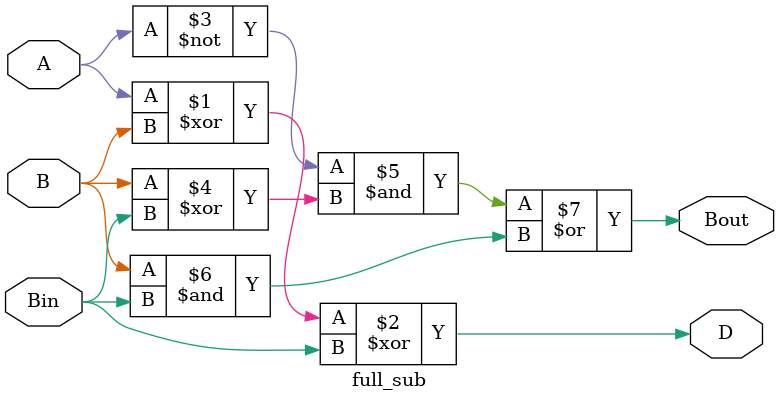
<source format=v>
`timescale 1ns / 1ps


module full_sub (D, Bin, Bout, A, B);
    input A, B, Bin; 
	output Bout, D;

	assign D = A ^ B ^ Bin;
	assign Bout = (~A & (B^Bin)) | (B & Bin);
         
endmodule
</source>
